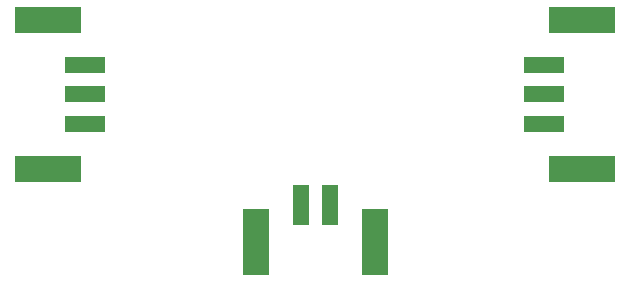
<source format=gbr>
%TF.GenerationSoftware,KiCad,Pcbnew,8.0.8*%
%TF.CreationDate,2025-01-27T09:22:13+00:00*%
%TF.ProjectId,ViaTest,56696154-6573-4742-9e6b-696361645f70,rev?*%
%TF.SameCoordinates,Original*%
%TF.FileFunction,Soldermask,Top*%
%TF.FilePolarity,Negative*%
%FSLAX46Y46*%
G04 Gerber Fmt 4.6, Leading zero omitted, Abs format (unit mm)*
G04 Created by KiCad (PCBNEW 8.0.8) date 2025-01-27 09:22:13*
%MOMM*%
%LPD*%
G01*
G04 APERTURE LIST*
%ADD10R,3.400000X1.400000*%
%ADD11R,5.600000X2.300000*%
%ADD12R,1.400000X3.400000*%
%ADD13R,2.300000X5.600000*%
G04 APERTURE END LIST*
D10*
%TO.C,J2*%
X161870000Y-90000000D03*
X161870000Y-92500000D03*
X161870000Y-95000000D03*
D11*
X165030000Y-86200000D03*
X165030000Y-98800000D03*
%TD*%
D10*
%TO.C,J1*%
X123000000Y-95000000D03*
X123000000Y-92500000D03*
X123000000Y-90000000D03*
D11*
X119840000Y-98800000D03*
X119840000Y-86200000D03*
%TD*%
D12*
%TO.C,J3*%
X143750000Y-101870000D03*
X141250000Y-101870000D03*
D13*
X147550000Y-105030000D03*
X137450000Y-105030000D03*
%TD*%
M02*

</source>
